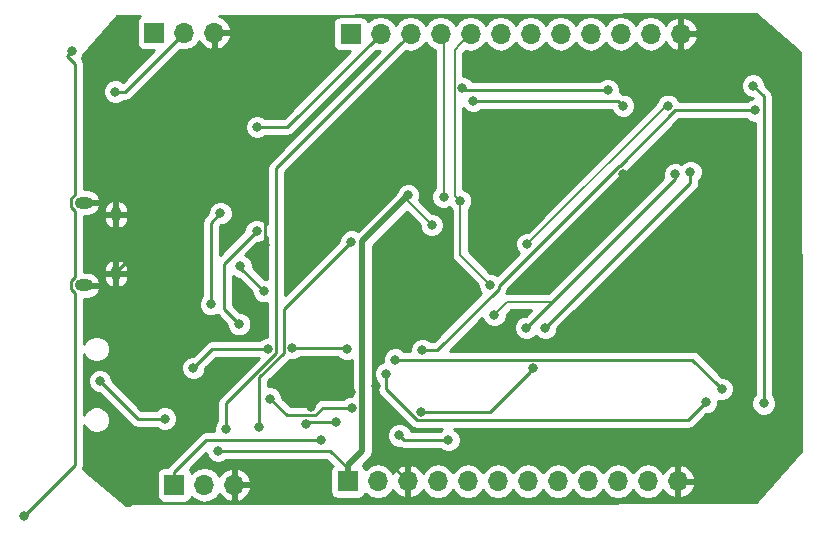
<source format=gbr>
G04 #@! TF.GenerationSoftware,KiCad,Pcbnew,no-vcs-found-aeac415~59~ubuntu16.04.1*
G04 #@! TF.CreationDate,2017-08-23T23:17:48+02:00*
G04 #@! TF.ProjectId,GhostESP32,47686F737445535033322E6B69636164,rev?*
G04 #@! TF.SameCoordinates,Original*
G04 #@! TF.FileFunction,Copper,L2,Bot,Signal*
G04 #@! TF.FilePolarity,Positive*
%FSLAX46Y46*%
G04 Gerber Fmt 4.6, Leading zero omitted, Abs format (unit mm)*
G04 Created by KiCad (PCBNEW no-vcs-found-aeac415~59~ubuntu16.04.1) date Wed Aug 23 23:17:48 2017*
%MOMM*%
%LPD*%
G01*
G04 APERTURE LIST*
%ADD10R,1.700000X1.700000*%
%ADD11O,1.700000X1.700000*%
%ADD12O,1.550000X1.000000*%
%ADD13O,0.950000X1.250000*%
%ADD14C,0.800000*%
%ADD15C,0.500000*%
%ADD16C,0.250000*%
%ADD17C,0.180000*%
%ADD18C,0.150000*%
%ADD19C,0.254000*%
G04 APERTURE END LIST*
D10*
X125600000Y-125000000D03*
D11*
X128140000Y-125000000D03*
X130680000Y-125000000D03*
D12*
X117950000Y-108100000D03*
X117950000Y-101100000D03*
D13*
X120650000Y-107100000D03*
X120650000Y-102100000D03*
D11*
X128980000Y-86700000D03*
X126440000Y-86700000D03*
D10*
X123900000Y-86700000D03*
X140300000Y-124700000D03*
D11*
X142840000Y-124700000D03*
X145380000Y-124700000D03*
X147920000Y-124700000D03*
X150460000Y-124700000D03*
X153000000Y-124700000D03*
X155540000Y-124700000D03*
X158080000Y-124700000D03*
X160620000Y-124700000D03*
X163160000Y-124700000D03*
X165700000Y-124700000D03*
X168240000Y-124700000D03*
X168460000Y-86800000D03*
X165920000Y-86800000D03*
X163380000Y-86800000D03*
X160840000Y-86800000D03*
X158300000Y-86800000D03*
X155760000Y-86800000D03*
X153220000Y-86800000D03*
X150680000Y-86800000D03*
X148140000Y-86800000D03*
X145600000Y-86800000D03*
X143060000Y-86800000D03*
D10*
X140520000Y-86800000D03*
D14*
X156000000Y-115125010D03*
X145400000Y-100500000D03*
X147400000Y-103000000D03*
X129300000Y-122100000D03*
X146500000Y-118800000D03*
X152700000Y-110600000D03*
X148400000Y-100600000D03*
X168000000Y-98700000D03*
X155400000Y-111700000D03*
X137200000Y-118400000D03*
X138700000Y-117500000D03*
X135900000Y-117200000D03*
X140600000Y-117100000D03*
X137167335Y-116815156D03*
X119800000Y-99900000D03*
X121900000Y-100400000D03*
X147800000Y-112000000D03*
X148100000Y-109900000D03*
X127100000Y-90200000D03*
X142700000Y-116600000D03*
X127400000Y-105000000D03*
X176300000Y-120900000D03*
X178000000Y-117500000D03*
X155500000Y-99800000D03*
X153600000Y-102400000D03*
X163600000Y-98700000D03*
X164100000Y-100300000D03*
X151100000Y-96900000D03*
X150700000Y-93900000D03*
X133000000Y-100700000D03*
X133300000Y-104700000D03*
X152340010Y-108066399D03*
X149800000Y-101000000D03*
X169300000Y-98500000D03*
X157000000Y-111700000D03*
X138000000Y-121200000D03*
X150000000Y-91400000D03*
X162300000Y-91600000D03*
X130000000Y-120300000D03*
X132600000Y-94700000D03*
X150900000Y-92500000D03*
X163600000Y-92900000D03*
X140674979Y-118471168D03*
X174774990Y-93300000D03*
X133700000Y-117700000D03*
X146600000Y-113600000D03*
X132800000Y-120100000D03*
X140600000Y-104400000D03*
X132574990Y-103500000D03*
X131100000Y-111400000D03*
X136770891Y-119850012D03*
X144654990Y-120802532D03*
X148800000Y-121200000D03*
X139300000Y-119700000D03*
X133500000Y-113500000D03*
X127200000Y-115100000D03*
X124800000Y-119400000D03*
X119300000Y-116200000D03*
X171941015Y-116873665D03*
X144300000Y-114400000D03*
X175500000Y-118100000D03*
X174600000Y-91200000D03*
X131200000Y-106500000D03*
X133200000Y-108600000D03*
X120600000Y-91700000D03*
X143550010Y-115600000D03*
X170600000Y-118000000D03*
X167400000Y-92900000D03*
X155500000Y-104600000D03*
X140200000Y-113500000D03*
X135600000Y-113400000D03*
X128700000Y-109700000D03*
X129500000Y-102000000D03*
X116900000Y-88300000D03*
X112900000Y-127600000D03*
D15*
X141524989Y-104375011D02*
X141524989Y-122125011D01*
X145400000Y-100500000D02*
X141524989Y-104375011D01*
X141524989Y-122125011D02*
X140300000Y-123350000D01*
X140300000Y-123350000D02*
X140300000Y-124700000D01*
D16*
X152325010Y-118800000D02*
X155600001Y-115525009D01*
X155600001Y-115525009D02*
X156000000Y-115125010D01*
X146500000Y-118800000D02*
X152325010Y-118800000D01*
D17*
X147400000Y-103000000D02*
X145400000Y-101000000D01*
X145400000Y-101000000D02*
X145400000Y-100500000D01*
D16*
X129300000Y-122100000D02*
X138800000Y-122100000D01*
X138800000Y-122100000D02*
X140300000Y-123600000D01*
X140300000Y-123600000D02*
X140300000Y-124700000D01*
X157600000Y-109500000D02*
X168000000Y-99100000D01*
X155400000Y-111700000D02*
X157600000Y-109500000D01*
D17*
X157600000Y-109500000D02*
X153800000Y-109500000D01*
X153800000Y-109500000D02*
X152700000Y-110600000D01*
X148400000Y-100600000D02*
X148400000Y-87060000D01*
X148400000Y-87060000D02*
X148140000Y-86800000D01*
D16*
X168000000Y-99100000D02*
X168000000Y-98700000D01*
X138700000Y-117500000D02*
X138100000Y-117500000D01*
X138100000Y-117500000D02*
X137200000Y-118400000D01*
X135900000Y-117200000D02*
X140500000Y-117200000D01*
X140500000Y-117200000D02*
X140600000Y-117100000D01*
X137167335Y-116815156D02*
X140315156Y-116815156D01*
X140315156Y-116815156D02*
X140600000Y-117100000D01*
X121900000Y-100400000D02*
X120300000Y-100400000D01*
X120300000Y-100400000D02*
X119800000Y-99900000D01*
X148100000Y-109900000D02*
X148100000Y-111700000D01*
X148100000Y-111700000D02*
X147800000Y-112000000D01*
X127100000Y-90200000D02*
X128980000Y-88320000D01*
X128980000Y-88320000D02*
X128980000Y-86700000D01*
X142700000Y-122020000D02*
X145380000Y-124700000D01*
X142700000Y-116600000D02*
X142700000Y-122020000D01*
X127400000Y-105000000D02*
X122600000Y-105000000D01*
X122600000Y-105000000D02*
X120650000Y-106950000D01*
X120650000Y-106950000D02*
X120650000Y-107100000D01*
X178000000Y-117500000D02*
X176300000Y-119200000D01*
X176300000Y-119200000D02*
X176300000Y-120900000D01*
D18*
X153600000Y-102400000D02*
X155500000Y-100500000D01*
X155500000Y-100500000D02*
X155500000Y-99800000D01*
D16*
X164100000Y-99200000D02*
X163600000Y-98700000D01*
X164100000Y-100300000D02*
X164100000Y-99200000D01*
X150700000Y-93900000D02*
X151100000Y-94300000D01*
X151100000Y-94300000D02*
X151100000Y-96900000D01*
X133300000Y-101000000D02*
X133000000Y-100700000D01*
X133300000Y-104700000D02*
X133300000Y-101000000D01*
D17*
X149800000Y-105526389D02*
X151940011Y-107666400D01*
X149800000Y-101000000D02*
X149800000Y-105526389D01*
X151940011Y-107666400D02*
X152340010Y-108066399D01*
D18*
X149830001Y-87649999D02*
X150680000Y-86800000D01*
X149324998Y-88155002D02*
X149830001Y-87649999D01*
X149324998Y-100524998D02*
X149324998Y-88155002D01*
X149800000Y-101000000D02*
X149324998Y-100524998D01*
D16*
X157000000Y-111700000D02*
X169300000Y-99400000D01*
X169300000Y-99400000D02*
X169300000Y-98500000D01*
X138000000Y-121200000D02*
X128300000Y-121200000D01*
X128300000Y-121200000D02*
X125600000Y-123900000D01*
X125600000Y-123900000D02*
X125600000Y-125000000D01*
X162300000Y-91600000D02*
X150200000Y-91600000D01*
X150200000Y-91600000D02*
X150000000Y-91400000D01*
X134225002Y-98174998D02*
X144750001Y-87649999D01*
X144750001Y-87649999D02*
X145600000Y-86800000D01*
X130000000Y-118073004D02*
X134225002Y-113848002D01*
X130000000Y-120300000D02*
X130000000Y-118073004D01*
X134225002Y-113848002D02*
X134225002Y-98174998D01*
X143060000Y-86800000D02*
X135160000Y-94700000D01*
X135160000Y-94700000D02*
X132600000Y-94700000D01*
X163600000Y-92900000D02*
X163200000Y-92500000D01*
X163200000Y-92500000D02*
X150900000Y-92500000D01*
X140109294Y-118471168D02*
X140674979Y-118471168D01*
X138201836Y-118471168D02*
X140109294Y-118471168D01*
X133700000Y-117700000D02*
X135125002Y-119125002D01*
X137548002Y-119125002D02*
X138201836Y-118471168D01*
X135125002Y-119125002D02*
X137548002Y-119125002D01*
X168026996Y-93300000D02*
X174209305Y-93300000D01*
X153064281Y-108162715D02*
X163251998Y-97974998D01*
X147878681Y-113600000D02*
X153064281Y-108414400D01*
X163251998Y-97974998D02*
X163351998Y-97974998D01*
X153064281Y-108414400D02*
X153064281Y-108162715D01*
X163351998Y-97974998D02*
X168026996Y-93300000D01*
X146600000Y-113600000D02*
X147878681Y-113600000D01*
X174209305Y-93300000D02*
X174774990Y-93300000D01*
X132800000Y-115909415D02*
X132800000Y-119534315D01*
X134874999Y-113834416D02*
X132800000Y-115909415D01*
X134874999Y-110125001D02*
X134874999Y-113834416D01*
X132800000Y-119534315D02*
X132800000Y-120100000D01*
X140600000Y-104400000D02*
X134874999Y-110125001D01*
X132174991Y-103899999D02*
X132574990Y-103500000D01*
X129800000Y-106274990D02*
X132174991Y-103899999D01*
X129800000Y-110100000D02*
X129800000Y-106274990D01*
X131100000Y-111400000D02*
X129800000Y-110100000D01*
X136920903Y-119700000D02*
X136770891Y-119850012D01*
X139300000Y-119700000D02*
X136920903Y-119700000D01*
X145052458Y-121200000D02*
X144654990Y-120802532D01*
X148800000Y-121200000D02*
X145052458Y-121200000D01*
X127200000Y-115100000D02*
X128800000Y-113500000D01*
X128800000Y-113500000D02*
X133500000Y-113500000D01*
X119300000Y-116200000D02*
X122500000Y-119400000D01*
X122500000Y-119400000D02*
X124800000Y-119400000D01*
X171541016Y-116473666D02*
X171941015Y-116873665D01*
X169467350Y-114400000D02*
X171541016Y-116473666D01*
X144300000Y-114400000D02*
X169467350Y-114400000D01*
X175500000Y-92100000D02*
X175500000Y-118100000D01*
X174600000Y-91200000D02*
X175500000Y-92100000D01*
X133200000Y-108600000D02*
X131200000Y-106600000D01*
X131200000Y-106600000D02*
X131200000Y-106500000D01*
X120600000Y-91700000D02*
X121440000Y-91700000D01*
X121440000Y-91700000D02*
X126440000Y-86700000D01*
X143550010Y-116165685D02*
X143550010Y-115600000D01*
X169074999Y-119525001D02*
X146151999Y-119525001D01*
X170600000Y-118000000D02*
X169074999Y-119525001D01*
X146151999Y-119525001D02*
X143550010Y-116923012D01*
X143550010Y-116923012D02*
X143550010Y-116165685D01*
D17*
X155500000Y-104600000D02*
X167200000Y-92900000D01*
X167200000Y-92900000D02*
X167400000Y-92900000D01*
D16*
X135600000Y-113400000D02*
X140100000Y-113400000D01*
X140100000Y-113400000D02*
X140200000Y-113500000D01*
X129500000Y-102000000D02*
X128700000Y-102800000D01*
X128700000Y-102800000D02*
X128700000Y-109700000D01*
X112900000Y-127600000D02*
X117200000Y-123300000D01*
X117200000Y-107408260D02*
X117200000Y-101791740D01*
X117200000Y-123300000D02*
X117200000Y-108791740D01*
X117200000Y-108791740D02*
X116849990Y-108441730D01*
X116849990Y-108441730D02*
X116849990Y-107758270D01*
X116849990Y-107758270D02*
X117200000Y-107408260D01*
X117200000Y-101791740D02*
X116849990Y-101441730D01*
X117200000Y-100408260D02*
X117200000Y-89399998D01*
X116849990Y-101441730D02*
X116849990Y-100758270D01*
X116849990Y-100758270D02*
X117200000Y-100408260D01*
X117200000Y-89399998D02*
X116500001Y-88699999D01*
X116500001Y-88699999D02*
X116900000Y-88300000D01*
D19*
G36*
X178573171Y-88358063D02*
X178672858Y-122151977D01*
X174842671Y-126473214D01*
X151430477Y-126560900D01*
X122130500Y-126560900D01*
X121868362Y-126613043D01*
X121780202Y-126671950D01*
X121545127Y-126672830D01*
X118461669Y-124150000D01*
X124102560Y-124150000D01*
X124102560Y-125850000D01*
X124151843Y-126097765D01*
X124292191Y-126307809D01*
X124502235Y-126448157D01*
X124750000Y-126497440D01*
X126450000Y-126497440D01*
X126697765Y-126448157D01*
X126907809Y-126307809D01*
X127048157Y-126097765D01*
X127060597Y-126035223D01*
X127089946Y-126079147D01*
X127571715Y-126401054D01*
X128140000Y-126514093D01*
X128708285Y-126401054D01*
X129190054Y-126079147D01*
X129417702Y-125738447D01*
X129484817Y-125881358D01*
X129913076Y-126271645D01*
X130323110Y-126441476D01*
X130553000Y-126320155D01*
X130553000Y-125127000D01*
X130807000Y-125127000D01*
X130807000Y-126320155D01*
X131036890Y-126441476D01*
X131446924Y-126271645D01*
X131875183Y-125881358D01*
X132121486Y-125356892D01*
X132000819Y-125127000D01*
X130807000Y-125127000D01*
X130553000Y-125127000D01*
X130533000Y-125127000D01*
X130533000Y-124873000D01*
X130553000Y-124873000D01*
X130553000Y-123679845D01*
X130807000Y-123679845D01*
X130807000Y-124873000D01*
X132000819Y-124873000D01*
X132121486Y-124643108D01*
X131875183Y-124118642D01*
X131446924Y-123728355D01*
X131036890Y-123558524D01*
X130807000Y-123679845D01*
X130553000Y-123679845D01*
X130323110Y-123558524D01*
X129913076Y-123728355D01*
X129484817Y-124118642D01*
X129417702Y-124261553D01*
X129190054Y-123920853D01*
X128708285Y-123598946D01*
X128140000Y-123485907D01*
X127571715Y-123598946D01*
X127089946Y-123920853D01*
X127060597Y-123964777D01*
X127048157Y-123902235D01*
X126907809Y-123692191D01*
X126892704Y-123682098D01*
X128266286Y-122308516D01*
X128422058Y-122685515D01*
X128712954Y-122976919D01*
X129093223Y-123134820D01*
X129504971Y-123135179D01*
X129885515Y-122977942D01*
X130003663Y-122860000D01*
X138485198Y-122860000D01*
X139007296Y-123382098D01*
X138992191Y-123392191D01*
X138851843Y-123602235D01*
X138802560Y-123850000D01*
X138802560Y-125550000D01*
X138851843Y-125797765D01*
X138992191Y-126007809D01*
X139202235Y-126148157D01*
X139450000Y-126197440D01*
X141150000Y-126197440D01*
X141397765Y-126148157D01*
X141607809Y-126007809D01*
X141748157Y-125797765D01*
X141760597Y-125735223D01*
X141789946Y-125779147D01*
X142271715Y-126101054D01*
X142840000Y-126214093D01*
X143408285Y-126101054D01*
X143890054Y-125779147D01*
X144117702Y-125438447D01*
X144184817Y-125581358D01*
X144613076Y-125971645D01*
X145023110Y-126141476D01*
X145253000Y-126020155D01*
X145253000Y-124827000D01*
X145233000Y-124827000D01*
X145233000Y-124573000D01*
X145253000Y-124573000D01*
X145253000Y-123379845D01*
X145507000Y-123379845D01*
X145507000Y-124573000D01*
X145527000Y-124573000D01*
X145527000Y-124827000D01*
X145507000Y-124827000D01*
X145507000Y-126020155D01*
X145736890Y-126141476D01*
X146146924Y-125971645D01*
X146575183Y-125581358D01*
X146642298Y-125438447D01*
X146869946Y-125779147D01*
X147351715Y-126101054D01*
X147920000Y-126214093D01*
X148488285Y-126101054D01*
X148970054Y-125779147D01*
X149190000Y-125449974D01*
X149409946Y-125779147D01*
X149891715Y-126101054D01*
X150460000Y-126214093D01*
X151028285Y-126101054D01*
X151510054Y-125779147D01*
X151730000Y-125449974D01*
X151949946Y-125779147D01*
X152431715Y-126101054D01*
X153000000Y-126214093D01*
X153568285Y-126101054D01*
X154050054Y-125779147D01*
X154270000Y-125449974D01*
X154489946Y-125779147D01*
X154971715Y-126101054D01*
X155540000Y-126214093D01*
X156108285Y-126101054D01*
X156590054Y-125779147D01*
X156810000Y-125449974D01*
X157029946Y-125779147D01*
X157511715Y-126101054D01*
X158080000Y-126214093D01*
X158648285Y-126101054D01*
X159130054Y-125779147D01*
X159350000Y-125449974D01*
X159569946Y-125779147D01*
X160051715Y-126101054D01*
X160620000Y-126214093D01*
X161188285Y-126101054D01*
X161670054Y-125779147D01*
X161890000Y-125449974D01*
X162109946Y-125779147D01*
X162591715Y-126101054D01*
X163160000Y-126214093D01*
X163728285Y-126101054D01*
X164210054Y-125779147D01*
X164430000Y-125449974D01*
X164649946Y-125779147D01*
X165131715Y-126101054D01*
X165700000Y-126214093D01*
X166268285Y-126101054D01*
X166750054Y-125779147D01*
X166977702Y-125438447D01*
X167044817Y-125581358D01*
X167473076Y-125971645D01*
X167883110Y-126141476D01*
X168113000Y-126020155D01*
X168113000Y-124827000D01*
X168367000Y-124827000D01*
X168367000Y-126020155D01*
X168596890Y-126141476D01*
X169006924Y-125971645D01*
X169435183Y-125581358D01*
X169681486Y-125056892D01*
X169560819Y-124827000D01*
X168367000Y-124827000D01*
X168113000Y-124827000D01*
X168093000Y-124827000D01*
X168093000Y-124573000D01*
X168113000Y-124573000D01*
X168113000Y-123379845D01*
X168367000Y-123379845D01*
X168367000Y-124573000D01*
X169560819Y-124573000D01*
X169681486Y-124343108D01*
X169435183Y-123818642D01*
X169006924Y-123428355D01*
X168596890Y-123258524D01*
X168367000Y-123379845D01*
X168113000Y-123379845D01*
X167883110Y-123258524D01*
X167473076Y-123428355D01*
X167044817Y-123818642D01*
X166977702Y-123961553D01*
X166750054Y-123620853D01*
X166268285Y-123298946D01*
X165700000Y-123185907D01*
X165131715Y-123298946D01*
X164649946Y-123620853D01*
X164430000Y-123950026D01*
X164210054Y-123620853D01*
X163728285Y-123298946D01*
X163160000Y-123185907D01*
X162591715Y-123298946D01*
X162109946Y-123620853D01*
X161890000Y-123950026D01*
X161670054Y-123620853D01*
X161188285Y-123298946D01*
X160620000Y-123185907D01*
X160051715Y-123298946D01*
X159569946Y-123620853D01*
X159350000Y-123950026D01*
X159130054Y-123620853D01*
X158648285Y-123298946D01*
X158080000Y-123185907D01*
X157511715Y-123298946D01*
X157029946Y-123620853D01*
X156810000Y-123950026D01*
X156590054Y-123620853D01*
X156108285Y-123298946D01*
X155540000Y-123185907D01*
X154971715Y-123298946D01*
X154489946Y-123620853D01*
X154270000Y-123950026D01*
X154050054Y-123620853D01*
X153568285Y-123298946D01*
X153000000Y-123185907D01*
X152431715Y-123298946D01*
X151949946Y-123620853D01*
X151730000Y-123950026D01*
X151510054Y-123620853D01*
X151028285Y-123298946D01*
X150460000Y-123185907D01*
X149891715Y-123298946D01*
X149409946Y-123620853D01*
X149190000Y-123950026D01*
X148970054Y-123620853D01*
X148488285Y-123298946D01*
X147920000Y-123185907D01*
X147351715Y-123298946D01*
X146869946Y-123620853D01*
X146642298Y-123961553D01*
X146575183Y-123818642D01*
X146146924Y-123428355D01*
X145736890Y-123258524D01*
X145507000Y-123379845D01*
X145253000Y-123379845D01*
X145023110Y-123258524D01*
X144613076Y-123428355D01*
X144184817Y-123818642D01*
X144117702Y-123961553D01*
X143890054Y-123620853D01*
X143408285Y-123298946D01*
X142840000Y-123185907D01*
X142271715Y-123298946D01*
X141789946Y-123620853D01*
X141760597Y-123664777D01*
X141748157Y-123602235D01*
X141607809Y-123392191D01*
X141548810Y-123352769D01*
X142150776Y-122750803D01*
X142150779Y-122750801D01*
X142342622Y-122463686D01*
X142357112Y-122390839D01*
X142409990Y-122125011D01*
X142409989Y-122125006D01*
X142409989Y-104741591D01*
X145263138Y-101888442D01*
X146365008Y-102990313D01*
X146364821Y-103204971D01*
X146522058Y-103585515D01*
X146812954Y-103876919D01*
X147193223Y-104034820D01*
X147604971Y-104035179D01*
X147985515Y-103877942D01*
X148276919Y-103587046D01*
X148434820Y-103206777D01*
X148435179Y-102795029D01*
X148277942Y-102414485D01*
X147987046Y-102123081D01*
X147606777Y-101965180D01*
X147390296Y-101964991D01*
X146345995Y-100920691D01*
X146434820Y-100706777D01*
X146435179Y-100295029D01*
X146277942Y-99914485D01*
X145987046Y-99623081D01*
X145606777Y-99465180D01*
X145195029Y-99464821D01*
X144814485Y-99622058D01*
X144523081Y-99912954D01*
X144372268Y-100276153D01*
X141143444Y-103504976D01*
X140806777Y-103365180D01*
X140395029Y-103364821D01*
X140014485Y-103522058D01*
X139723081Y-103812954D01*
X139565180Y-104193223D01*
X139565034Y-104360164D01*
X134985002Y-108940196D01*
X134985002Y-98489800D01*
X145233592Y-88241210D01*
X145600000Y-88314093D01*
X146168285Y-88201054D01*
X146650054Y-87879147D01*
X146870000Y-87549974D01*
X147089946Y-87879147D01*
X147571715Y-88201054D01*
X147675000Y-88221599D01*
X147675000Y-99861300D01*
X147523081Y-100012954D01*
X147365180Y-100393223D01*
X147364821Y-100804971D01*
X147522058Y-101185515D01*
X147812954Y-101476919D01*
X148193223Y-101634820D01*
X148604971Y-101635179D01*
X148893346Y-101516025D01*
X148922058Y-101585515D01*
X149075000Y-101738724D01*
X149075000Y-105526389D01*
X149096640Y-105635179D01*
X149130187Y-105803835D01*
X149287348Y-106039041D01*
X151305018Y-108056712D01*
X151304831Y-108271370D01*
X151462068Y-108651914D01*
X151606890Y-108796989D01*
X147563879Y-112840000D01*
X147303761Y-112840000D01*
X147187046Y-112723081D01*
X146806777Y-112565180D01*
X146395029Y-112564821D01*
X146014485Y-112722058D01*
X145723081Y-113012954D01*
X145565180Y-113393223D01*
X145564965Y-113640000D01*
X145003761Y-113640000D01*
X144887046Y-113523081D01*
X144506777Y-113365180D01*
X144095029Y-113364821D01*
X143714485Y-113522058D01*
X143423081Y-113812954D01*
X143265180Y-114193223D01*
X143264827Y-114597964D01*
X142964495Y-114722058D01*
X142673091Y-115012954D01*
X142515190Y-115393223D01*
X142514831Y-115804971D01*
X142672068Y-116185515D01*
X142790010Y-116303663D01*
X142790010Y-116923012D01*
X142847862Y-117213851D01*
X143012609Y-117460413D01*
X145614598Y-120062402D01*
X145861160Y-120227149D01*
X146151999Y-120285001D01*
X148304170Y-120285001D01*
X148214485Y-120322058D01*
X148096337Y-120440000D01*
X145625066Y-120440000D01*
X145532932Y-120217017D01*
X145242036Y-119925613D01*
X144861767Y-119767712D01*
X144450019Y-119767353D01*
X144069475Y-119924590D01*
X143778071Y-120215486D01*
X143620170Y-120595755D01*
X143619811Y-121007503D01*
X143777048Y-121388047D01*
X144067944Y-121679451D01*
X144448213Y-121837352D01*
X144664927Y-121837541D01*
X144761619Y-121902148D01*
X145052458Y-121960000D01*
X148096239Y-121960000D01*
X148212954Y-122076919D01*
X148593223Y-122234820D01*
X149004971Y-122235179D01*
X149385515Y-122077942D01*
X149676919Y-121787046D01*
X149834820Y-121406777D01*
X149835179Y-120995029D01*
X149677942Y-120614485D01*
X149387046Y-120323081D01*
X149295339Y-120285001D01*
X169074999Y-120285001D01*
X169365838Y-120227149D01*
X169612400Y-120062402D01*
X170639767Y-119035035D01*
X170804971Y-119035179D01*
X171185515Y-118877942D01*
X171476919Y-118587046D01*
X171634820Y-118206777D01*
X171635116Y-117867326D01*
X171734238Y-117908485D01*
X172145986Y-117908844D01*
X172526530Y-117751607D01*
X172817934Y-117460711D01*
X172975835Y-117080442D01*
X172976194Y-116668694D01*
X172818957Y-116288150D01*
X172528061Y-115996746D01*
X172147792Y-115838845D01*
X171980851Y-115838699D01*
X170004751Y-113862599D01*
X169758189Y-113697852D01*
X169467350Y-113640000D01*
X148913483Y-113640000D01*
X151689291Y-110864192D01*
X151822058Y-111185515D01*
X152112954Y-111476919D01*
X152493223Y-111634820D01*
X152904971Y-111635179D01*
X153285515Y-111477942D01*
X153576919Y-111187046D01*
X153734820Y-110806777D01*
X153735009Y-110590295D01*
X154100304Y-110225000D01*
X155800198Y-110225000D01*
X155360233Y-110664965D01*
X155195029Y-110664821D01*
X154814485Y-110822058D01*
X154523081Y-111112954D01*
X154365180Y-111493223D01*
X154364821Y-111904971D01*
X154522058Y-112285515D01*
X154812954Y-112576919D01*
X155193223Y-112734820D01*
X155604971Y-112735179D01*
X155985515Y-112577942D01*
X156200119Y-112363712D01*
X156412954Y-112576919D01*
X156793223Y-112734820D01*
X157204971Y-112735179D01*
X157585515Y-112577942D01*
X157876919Y-112287046D01*
X158034820Y-111906777D01*
X158034966Y-111739836D01*
X169837401Y-99937401D01*
X170002148Y-99690839D01*
X170060000Y-99400000D01*
X170060000Y-99203761D01*
X170176919Y-99087046D01*
X170334820Y-98706777D01*
X170335179Y-98295029D01*
X170177942Y-97914485D01*
X169887046Y-97623081D01*
X169506777Y-97465180D01*
X169095029Y-97464821D01*
X168714485Y-97622058D01*
X168534831Y-97801399D01*
X168206777Y-97665180D01*
X167795029Y-97664821D01*
X167414485Y-97822058D01*
X167123081Y-98112954D01*
X166965180Y-98493223D01*
X166964821Y-98904971D01*
X167010259Y-99014939D01*
X157250198Y-108775000D01*
X153800000Y-108775000D01*
X153707526Y-108793394D01*
X153766429Y-108705239D01*
X153808609Y-108493189D01*
X163620137Y-98681661D01*
X163642837Y-98677146D01*
X163889399Y-98512399D01*
X168341798Y-94060000D01*
X174071229Y-94060000D01*
X174187944Y-94176919D01*
X174568213Y-94334820D01*
X174740000Y-94334970D01*
X174740000Y-117396239D01*
X174623081Y-117512954D01*
X174465180Y-117893223D01*
X174464821Y-118304971D01*
X174622058Y-118685515D01*
X174912954Y-118976919D01*
X175293223Y-119134820D01*
X175704971Y-119135179D01*
X176085515Y-118977942D01*
X176376919Y-118687046D01*
X176534820Y-118306777D01*
X176535179Y-117895029D01*
X176377942Y-117514485D01*
X176260000Y-117396337D01*
X176260000Y-92100000D01*
X176227657Y-91937401D01*
X176202148Y-91809160D01*
X176037401Y-91562599D01*
X175635035Y-91160233D01*
X175635179Y-90995029D01*
X175477942Y-90614485D01*
X175187046Y-90323081D01*
X174806777Y-90165180D01*
X174395029Y-90164821D01*
X174014485Y-90322058D01*
X173723081Y-90612954D01*
X173565180Y-90993223D01*
X173564821Y-91404971D01*
X173722058Y-91785515D01*
X174012954Y-92076919D01*
X174393223Y-92234820D01*
X174560164Y-92234966D01*
X174590036Y-92264838D01*
X174570019Y-92264821D01*
X174189475Y-92422058D01*
X174071327Y-92540000D01*
X168371123Y-92540000D01*
X168277942Y-92314485D01*
X167987046Y-92023081D01*
X167606777Y-91865180D01*
X167195029Y-91864821D01*
X166814485Y-92022058D01*
X166523081Y-92312954D01*
X166365180Y-92693223D01*
X166365166Y-92709529D01*
X155509688Y-103565008D01*
X155295029Y-103564821D01*
X154914485Y-103722058D01*
X154623081Y-104012954D01*
X154465180Y-104393223D01*
X154464821Y-104804971D01*
X154622058Y-105185515D01*
X154794218Y-105357976D01*
X152944869Y-107207325D01*
X152927056Y-107189480D01*
X152546787Y-107031579D01*
X152330306Y-107031390D01*
X150525000Y-105226085D01*
X150525000Y-101738700D01*
X150676919Y-101587046D01*
X150834820Y-101206777D01*
X150835179Y-100795029D01*
X150677942Y-100414485D01*
X150387046Y-100123081D01*
X150034998Y-99976898D01*
X150034998Y-93098478D01*
X150312954Y-93376919D01*
X150693223Y-93534820D01*
X151104971Y-93535179D01*
X151485515Y-93377942D01*
X151603663Y-93260000D01*
X162628877Y-93260000D01*
X162722058Y-93485515D01*
X163012954Y-93776919D01*
X163393223Y-93934820D01*
X163804971Y-93935179D01*
X164185515Y-93777942D01*
X164476919Y-93487046D01*
X164634820Y-93106777D01*
X164635179Y-92695029D01*
X164477942Y-92314485D01*
X164187046Y-92023081D01*
X163806777Y-91865180D01*
X163591322Y-91864992D01*
X163490839Y-91797852D01*
X163334855Y-91766825D01*
X163335179Y-91395029D01*
X163177942Y-91014485D01*
X162887046Y-90723081D01*
X162506777Y-90565180D01*
X162095029Y-90564821D01*
X161714485Y-90722058D01*
X161596337Y-90840000D01*
X150888485Y-90840000D01*
X150877942Y-90814485D01*
X150587046Y-90523081D01*
X150206777Y-90365180D01*
X150034998Y-90365030D01*
X150034998Y-88449094D01*
X150254614Y-88229478D01*
X150680000Y-88314093D01*
X151248285Y-88201054D01*
X151730054Y-87879147D01*
X151950000Y-87549974D01*
X152169946Y-87879147D01*
X152651715Y-88201054D01*
X153220000Y-88314093D01*
X153788285Y-88201054D01*
X154270054Y-87879147D01*
X154490000Y-87549974D01*
X154709946Y-87879147D01*
X155191715Y-88201054D01*
X155760000Y-88314093D01*
X156328285Y-88201054D01*
X156810054Y-87879147D01*
X157030000Y-87549974D01*
X157249946Y-87879147D01*
X157731715Y-88201054D01*
X158300000Y-88314093D01*
X158868285Y-88201054D01*
X159350054Y-87879147D01*
X159570000Y-87549974D01*
X159789946Y-87879147D01*
X160271715Y-88201054D01*
X160840000Y-88314093D01*
X161408285Y-88201054D01*
X161890054Y-87879147D01*
X162110000Y-87549974D01*
X162329946Y-87879147D01*
X162811715Y-88201054D01*
X163380000Y-88314093D01*
X163948285Y-88201054D01*
X164430054Y-87879147D01*
X164650000Y-87549974D01*
X164869946Y-87879147D01*
X165351715Y-88201054D01*
X165920000Y-88314093D01*
X166488285Y-88201054D01*
X166970054Y-87879147D01*
X167197702Y-87538447D01*
X167264817Y-87681358D01*
X167693076Y-88071645D01*
X168103110Y-88241476D01*
X168333000Y-88120155D01*
X168333000Y-86927000D01*
X168587000Y-86927000D01*
X168587000Y-88120155D01*
X168816890Y-88241476D01*
X169226924Y-88071645D01*
X169655183Y-87681358D01*
X169901486Y-87156892D01*
X169780819Y-86927000D01*
X168587000Y-86927000D01*
X168333000Y-86927000D01*
X168313000Y-86927000D01*
X168313000Y-86673000D01*
X168333000Y-86673000D01*
X168333000Y-85479845D01*
X168587000Y-85479845D01*
X168587000Y-86673000D01*
X169780819Y-86673000D01*
X169901486Y-86443108D01*
X169655183Y-85918642D01*
X169226924Y-85528355D01*
X168816890Y-85358524D01*
X168587000Y-85479845D01*
X168333000Y-85479845D01*
X168103110Y-85358524D01*
X167693076Y-85528355D01*
X167264817Y-85918642D01*
X167197702Y-86061553D01*
X166970054Y-85720853D01*
X166488285Y-85398946D01*
X165920000Y-85285907D01*
X165351715Y-85398946D01*
X164869946Y-85720853D01*
X164650000Y-86050026D01*
X164430054Y-85720853D01*
X163948285Y-85398946D01*
X163380000Y-85285907D01*
X162811715Y-85398946D01*
X162329946Y-85720853D01*
X162110000Y-86050026D01*
X161890054Y-85720853D01*
X161408285Y-85398946D01*
X160840000Y-85285907D01*
X160271715Y-85398946D01*
X159789946Y-85720853D01*
X159570000Y-86050026D01*
X159350054Y-85720853D01*
X158868285Y-85398946D01*
X158300000Y-85285907D01*
X157731715Y-85398946D01*
X157249946Y-85720853D01*
X157030000Y-86050026D01*
X156810054Y-85720853D01*
X156328285Y-85398946D01*
X155760000Y-85285907D01*
X155191715Y-85398946D01*
X154709946Y-85720853D01*
X154490000Y-86050026D01*
X154270054Y-85720853D01*
X153788285Y-85398946D01*
X153220000Y-85285907D01*
X152651715Y-85398946D01*
X152169946Y-85720853D01*
X151950000Y-86050026D01*
X151730054Y-85720853D01*
X151248285Y-85398946D01*
X150680000Y-85285907D01*
X150111715Y-85398946D01*
X149629946Y-85720853D01*
X149410000Y-86050026D01*
X149190054Y-85720853D01*
X148708285Y-85398946D01*
X148140000Y-85285907D01*
X147571715Y-85398946D01*
X147089946Y-85720853D01*
X146870000Y-86050026D01*
X146650054Y-85720853D01*
X146168285Y-85398946D01*
X145600000Y-85285907D01*
X145031715Y-85398946D01*
X144549946Y-85720853D01*
X144330000Y-86050026D01*
X144110054Y-85720853D01*
X143628285Y-85398946D01*
X143060000Y-85285907D01*
X142491715Y-85398946D01*
X142009946Y-85720853D01*
X141980597Y-85764777D01*
X141968157Y-85702235D01*
X141827809Y-85492191D01*
X141617765Y-85351843D01*
X141370000Y-85302560D01*
X139670000Y-85302560D01*
X139422235Y-85351843D01*
X139212191Y-85492191D01*
X139071843Y-85702235D01*
X139022560Y-85950000D01*
X139022560Y-87650000D01*
X139071843Y-87897765D01*
X139212191Y-88107809D01*
X139422235Y-88248157D01*
X139670000Y-88297440D01*
X140487758Y-88297440D01*
X134845198Y-93940000D01*
X133303761Y-93940000D01*
X133187046Y-93823081D01*
X132806777Y-93665180D01*
X132395029Y-93664821D01*
X132014485Y-93822058D01*
X131723081Y-94112954D01*
X131565180Y-94493223D01*
X131564821Y-94904971D01*
X131722058Y-95285515D01*
X132012954Y-95576919D01*
X132393223Y-95734820D01*
X132804971Y-95735179D01*
X133185515Y-95577942D01*
X133303663Y-95460000D01*
X135160000Y-95460000D01*
X135450839Y-95402148D01*
X135697401Y-95237401D01*
X142693592Y-88241210D01*
X143019217Y-88305981D01*
X133687601Y-97637597D01*
X133522854Y-97884159D01*
X133465002Y-98174998D01*
X133465002Y-102943697D01*
X133452932Y-102914485D01*
X133162036Y-102623081D01*
X132781767Y-102465180D01*
X132370019Y-102464821D01*
X131989475Y-102622058D01*
X131698071Y-102912954D01*
X131540170Y-103293223D01*
X131540024Y-103460164D01*
X129460000Y-105540188D01*
X129460000Y-103114802D01*
X129539767Y-103035035D01*
X129704971Y-103035179D01*
X130085515Y-102877942D01*
X130376919Y-102587046D01*
X130534820Y-102206777D01*
X130535179Y-101795029D01*
X130377942Y-101414485D01*
X130087046Y-101123081D01*
X129706777Y-100965180D01*
X129295029Y-100964821D01*
X128914485Y-101122058D01*
X128623081Y-101412954D01*
X128465180Y-101793223D01*
X128465034Y-101960164D01*
X128162599Y-102262599D01*
X127997852Y-102509161D01*
X127940000Y-102800000D01*
X127940000Y-108996239D01*
X127823081Y-109112954D01*
X127665180Y-109493223D01*
X127664821Y-109904971D01*
X127822058Y-110285515D01*
X128112954Y-110576919D01*
X128493223Y-110734820D01*
X128904971Y-110735179D01*
X129236423Y-110598226D01*
X129262599Y-110637401D01*
X130064965Y-111439767D01*
X130064821Y-111604971D01*
X130222058Y-111985515D01*
X130512954Y-112276919D01*
X130893223Y-112434820D01*
X131304971Y-112435179D01*
X131685515Y-112277942D01*
X131976919Y-111987046D01*
X132134820Y-111606777D01*
X132135179Y-111195029D01*
X131977942Y-110814485D01*
X131687046Y-110523081D01*
X131306777Y-110365180D01*
X131139836Y-110365034D01*
X130560000Y-109785198D01*
X130560000Y-107323873D01*
X130612954Y-107376919D01*
X130993223Y-107534820D01*
X131060076Y-107534878D01*
X132164965Y-108639767D01*
X132164821Y-108804971D01*
X132322058Y-109185515D01*
X132612954Y-109476919D01*
X132993223Y-109634820D01*
X133404971Y-109635179D01*
X133465002Y-109610375D01*
X133465002Y-112464969D01*
X133295029Y-112464821D01*
X132914485Y-112622058D01*
X132796337Y-112740000D01*
X128800000Y-112740000D01*
X128509161Y-112797852D01*
X128262599Y-112962599D01*
X127160233Y-114064965D01*
X126995029Y-114064821D01*
X126614485Y-114222058D01*
X126323081Y-114512954D01*
X126165180Y-114893223D01*
X126164821Y-115304971D01*
X126322058Y-115685515D01*
X126612954Y-115976919D01*
X126993223Y-116134820D01*
X127404971Y-116135179D01*
X127785515Y-115977942D01*
X128076919Y-115687046D01*
X128234820Y-115306777D01*
X128234966Y-115139836D01*
X129114802Y-114260000D01*
X132738202Y-114260000D01*
X129462599Y-117535603D01*
X129297852Y-117782165D01*
X129240000Y-118073004D01*
X129240000Y-119596239D01*
X129123081Y-119712954D01*
X128965180Y-120093223D01*
X128964878Y-120440000D01*
X128300000Y-120440000D01*
X128009161Y-120497852D01*
X127762599Y-120662599D01*
X125062599Y-123362599D01*
X124969080Y-123502560D01*
X124750000Y-123502560D01*
X124502235Y-123551843D01*
X124292191Y-123692191D01*
X124151843Y-123902235D01*
X124102560Y-124150000D01*
X118461669Y-124150000D01*
X117858355Y-123656380D01*
X117902148Y-123590840D01*
X117960000Y-123300000D01*
X117960000Y-119955169D01*
X118037233Y-120142086D01*
X118356235Y-120461645D01*
X118773244Y-120634803D01*
X119224775Y-120635197D01*
X119642086Y-120462767D01*
X119961645Y-120143765D01*
X120134803Y-119726756D01*
X120135197Y-119275225D01*
X119962767Y-118857914D01*
X119643765Y-118538355D01*
X119226756Y-118365197D01*
X118775225Y-118364803D01*
X118357914Y-118537233D01*
X118038355Y-118856235D01*
X117960000Y-119044934D01*
X117960000Y-116404971D01*
X118264821Y-116404971D01*
X118422058Y-116785515D01*
X118712954Y-117076919D01*
X119093223Y-117234820D01*
X119260164Y-117234966D01*
X121962599Y-119937401D01*
X122209160Y-120102148D01*
X122500000Y-120160000D01*
X124096239Y-120160000D01*
X124212954Y-120276919D01*
X124593223Y-120434820D01*
X125004971Y-120435179D01*
X125385515Y-120277942D01*
X125676919Y-119987046D01*
X125834820Y-119606777D01*
X125835179Y-119195029D01*
X125677942Y-118814485D01*
X125387046Y-118523081D01*
X125006777Y-118365180D01*
X124595029Y-118364821D01*
X124214485Y-118522058D01*
X124096337Y-118640000D01*
X122814802Y-118640000D01*
X120335035Y-116160233D01*
X120335179Y-115995029D01*
X120177942Y-115614485D01*
X119887046Y-115323081D01*
X119506777Y-115165180D01*
X119095029Y-115164821D01*
X118714485Y-115322058D01*
X118423081Y-115612954D01*
X118265180Y-115993223D01*
X118264821Y-116404971D01*
X117960000Y-116404971D01*
X117960000Y-113955169D01*
X118037233Y-114142086D01*
X118356235Y-114461645D01*
X118773244Y-114634803D01*
X119224775Y-114635197D01*
X119642086Y-114462767D01*
X119961645Y-114143765D01*
X120134803Y-113726756D01*
X120135197Y-113275225D01*
X119962767Y-112857914D01*
X119643765Y-112538355D01*
X119226756Y-112365197D01*
X118775225Y-112364803D01*
X118357914Y-112537233D01*
X118038355Y-112856235D01*
X117960000Y-113044934D01*
X117960000Y-109235000D01*
X118352000Y-109235000D01*
X118776678Y-109100002D01*
X119117368Y-108812763D01*
X119319119Y-108401874D01*
X119192954Y-108227000D01*
X118077000Y-108227000D01*
X118077000Y-108247000D01*
X117823000Y-108247000D01*
X117823000Y-108227000D01*
X117803000Y-108227000D01*
X117803000Y-107973000D01*
X117823000Y-107973000D01*
X117823000Y-107953000D01*
X118077000Y-107953000D01*
X118077000Y-107973000D01*
X119192954Y-107973000D01*
X119319119Y-107798126D01*
X119124191Y-107401131D01*
X119548771Y-107401131D01*
X119690432Y-107811049D01*
X119978179Y-108135552D01*
X120352062Y-108319268D01*
X120523000Y-108192734D01*
X120523000Y-107227000D01*
X120777000Y-107227000D01*
X120777000Y-108192734D01*
X120947938Y-108319268D01*
X121321821Y-108135552D01*
X121609568Y-107811049D01*
X121751229Y-107401131D01*
X121602563Y-107227000D01*
X120777000Y-107227000D01*
X120523000Y-107227000D01*
X119697437Y-107227000D01*
X119548771Y-107401131D01*
X119124191Y-107401131D01*
X119117368Y-107387237D01*
X118776678Y-107099998D01*
X118352000Y-106965000D01*
X117960000Y-106965000D01*
X117960000Y-106798869D01*
X119548771Y-106798869D01*
X119697437Y-106973000D01*
X120523000Y-106973000D01*
X120523000Y-106007266D01*
X120777000Y-106007266D01*
X120777000Y-106973000D01*
X121602563Y-106973000D01*
X121751229Y-106798869D01*
X121609568Y-106388951D01*
X121321821Y-106064448D01*
X120947938Y-105880732D01*
X120777000Y-106007266D01*
X120523000Y-106007266D01*
X120352062Y-105880732D01*
X119978179Y-106064448D01*
X119690432Y-106388951D01*
X119548771Y-106798869D01*
X117960000Y-106798869D01*
X117960000Y-102401131D01*
X119548771Y-102401131D01*
X119690432Y-102811049D01*
X119978179Y-103135552D01*
X120352062Y-103319268D01*
X120523000Y-103192734D01*
X120523000Y-102227000D01*
X120777000Y-102227000D01*
X120777000Y-103192734D01*
X120947938Y-103319268D01*
X121321821Y-103135552D01*
X121609568Y-102811049D01*
X121751229Y-102401131D01*
X121602563Y-102227000D01*
X120777000Y-102227000D01*
X120523000Y-102227000D01*
X119697437Y-102227000D01*
X119548771Y-102401131D01*
X117960000Y-102401131D01*
X117960000Y-102235000D01*
X118352000Y-102235000D01*
X118776678Y-102100002D01*
X119117368Y-101812763D01*
X119124190Y-101798869D01*
X119548771Y-101798869D01*
X119697437Y-101973000D01*
X120523000Y-101973000D01*
X120523000Y-101007266D01*
X120777000Y-101007266D01*
X120777000Y-101973000D01*
X121602563Y-101973000D01*
X121751229Y-101798869D01*
X121609568Y-101388951D01*
X121321821Y-101064448D01*
X120947938Y-100880732D01*
X120777000Y-101007266D01*
X120523000Y-101007266D01*
X120352062Y-100880732D01*
X119978179Y-101064448D01*
X119690432Y-101388951D01*
X119548771Y-101798869D01*
X119124190Y-101798869D01*
X119319119Y-101401874D01*
X119192954Y-101227000D01*
X118077000Y-101227000D01*
X118077000Y-101247000D01*
X117823000Y-101247000D01*
X117823000Y-101227000D01*
X117803000Y-101227000D01*
X117803000Y-100973000D01*
X117823000Y-100973000D01*
X117823000Y-100953000D01*
X118077000Y-100953000D01*
X118077000Y-100973000D01*
X119192954Y-100973000D01*
X119319119Y-100798126D01*
X119117368Y-100387237D01*
X118776678Y-100099998D01*
X118352000Y-99965000D01*
X117960000Y-99965000D01*
X117960000Y-89399998D01*
X117902148Y-89109159D01*
X117763013Y-88900928D01*
X117776919Y-88887046D01*
X117898240Y-88594872D01*
X120757814Y-85326787D01*
X122700804Y-85319617D01*
X122592191Y-85392191D01*
X122451843Y-85602235D01*
X122402560Y-85850000D01*
X122402560Y-87550000D01*
X122451843Y-87797765D01*
X122592191Y-88007809D01*
X122802235Y-88148157D01*
X123050000Y-88197440D01*
X123867758Y-88197440D01*
X121214557Y-90850641D01*
X121187046Y-90823081D01*
X120806777Y-90665180D01*
X120395029Y-90664821D01*
X120014485Y-90822058D01*
X119723081Y-91112954D01*
X119565180Y-91493223D01*
X119564821Y-91904971D01*
X119722058Y-92285515D01*
X120012954Y-92576919D01*
X120393223Y-92734820D01*
X120804971Y-92735179D01*
X121185515Y-92577942D01*
X121303663Y-92460000D01*
X121440000Y-92460000D01*
X121730839Y-92402148D01*
X121977401Y-92237401D01*
X126073592Y-88141210D01*
X126440000Y-88214093D01*
X127008285Y-88101054D01*
X127490054Y-87779147D01*
X127717702Y-87438447D01*
X127784817Y-87581358D01*
X128213076Y-87971645D01*
X128623110Y-88141476D01*
X128853000Y-88020155D01*
X128853000Y-86827000D01*
X129107000Y-86827000D01*
X129107000Y-88020155D01*
X129336890Y-88141476D01*
X129746924Y-87971645D01*
X130175183Y-87581358D01*
X130421486Y-87056892D01*
X130300819Y-86827000D01*
X129107000Y-86827000D01*
X128853000Y-86827000D01*
X128833000Y-86827000D01*
X128833000Y-86573000D01*
X128853000Y-86573000D01*
X128853000Y-86553000D01*
X129107000Y-86553000D01*
X129107000Y-86573000D01*
X130300819Y-86573000D01*
X130421486Y-86343108D01*
X130175183Y-85818642D01*
X129746924Y-85428355D01*
X129424490Y-85294807D01*
X174852754Y-85127175D01*
X178573171Y-88358063D01*
X178573171Y-88358063D01*
G37*
X178573171Y-88358063D02*
X178672858Y-122151977D01*
X174842671Y-126473214D01*
X151430477Y-126560900D01*
X122130500Y-126560900D01*
X121868362Y-126613043D01*
X121780202Y-126671950D01*
X121545127Y-126672830D01*
X118461669Y-124150000D01*
X124102560Y-124150000D01*
X124102560Y-125850000D01*
X124151843Y-126097765D01*
X124292191Y-126307809D01*
X124502235Y-126448157D01*
X124750000Y-126497440D01*
X126450000Y-126497440D01*
X126697765Y-126448157D01*
X126907809Y-126307809D01*
X127048157Y-126097765D01*
X127060597Y-126035223D01*
X127089946Y-126079147D01*
X127571715Y-126401054D01*
X128140000Y-126514093D01*
X128708285Y-126401054D01*
X129190054Y-126079147D01*
X129417702Y-125738447D01*
X129484817Y-125881358D01*
X129913076Y-126271645D01*
X130323110Y-126441476D01*
X130553000Y-126320155D01*
X130553000Y-125127000D01*
X130807000Y-125127000D01*
X130807000Y-126320155D01*
X131036890Y-126441476D01*
X131446924Y-126271645D01*
X131875183Y-125881358D01*
X132121486Y-125356892D01*
X132000819Y-125127000D01*
X130807000Y-125127000D01*
X130553000Y-125127000D01*
X130533000Y-125127000D01*
X130533000Y-124873000D01*
X130553000Y-124873000D01*
X130553000Y-123679845D01*
X130807000Y-123679845D01*
X130807000Y-124873000D01*
X132000819Y-124873000D01*
X132121486Y-124643108D01*
X131875183Y-124118642D01*
X131446924Y-123728355D01*
X131036890Y-123558524D01*
X130807000Y-123679845D01*
X130553000Y-123679845D01*
X130323110Y-123558524D01*
X129913076Y-123728355D01*
X129484817Y-124118642D01*
X129417702Y-124261553D01*
X129190054Y-123920853D01*
X128708285Y-123598946D01*
X128140000Y-123485907D01*
X127571715Y-123598946D01*
X127089946Y-123920853D01*
X127060597Y-123964777D01*
X127048157Y-123902235D01*
X126907809Y-123692191D01*
X126892704Y-123682098D01*
X128266286Y-122308516D01*
X128422058Y-122685515D01*
X128712954Y-122976919D01*
X129093223Y-123134820D01*
X129504971Y-123135179D01*
X129885515Y-122977942D01*
X130003663Y-122860000D01*
X138485198Y-122860000D01*
X139007296Y-123382098D01*
X138992191Y-123392191D01*
X138851843Y-123602235D01*
X138802560Y-123850000D01*
X138802560Y-125550000D01*
X138851843Y-125797765D01*
X138992191Y-126007809D01*
X139202235Y-126148157D01*
X139450000Y-126197440D01*
X141150000Y-126197440D01*
X141397765Y-126148157D01*
X141607809Y-126007809D01*
X141748157Y-125797765D01*
X141760597Y-125735223D01*
X141789946Y-125779147D01*
X142271715Y-126101054D01*
X142840000Y-126214093D01*
X143408285Y-126101054D01*
X143890054Y-125779147D01*
X144117702Y-125438447D01*
X144184817Y-125581358D01*
X144613076Y-125971645D01*
X145023110Y-126141476D01*
X145253000Y-126020155D01*
X145253000Y-124827000D01*
X145233000Y-124827000D01*
X145233000Y-124573000D01*
X145253000Y-124573000D01*
X145253000Y-123379845D01*
X145507000Y-123379845D01*
X145507000Y-124573000D01*
X145527000Y-124573000D01*
X145527000Y-124827000D01*
X145507000Y-124827000D01*
X145507000Y-126020155D01*
X145736890Y-126141476D01*
X146146924Y-125971645D01*
X146575183Y-125581358D01*
X146642298Y-125438447D01*
X146869946Y-125779147D01*
X147351715Y-126101054D01*
X147920000Y-126214093D01*
X148488285Y-126101054D01*
X148970054Y-125779147D01*
X149190000Y-125449974D01*
X149409946Y-125779147D01*
X149891715Y-126101054D01*
X150460000Y-126214093D01*
X151028285Y-126101054D01*
X151510054Y-125779147D01*
X151730000Y-125449974D01*
X151949946Y-125779147D01*
X152431715Y-126101054D01*
X153000000Y-126214093D01*
X153568285Y-126101054D01*
X154050054Y-125779147D01*
X154270000Y-125449974D01*
X154489946Y-125779147D01*
X154971715Y-126101054D01*
X155540000Y-126214093D01*
X156108285Y-126101054D01*
X156590054Y-125779147D01*
X156810000Y-125449974D01*
X157029946Y-125779147D01*
X157511715Y-126101054D01*
X158080000Y-126214093D01*
X158648285Y-126101054D01*
X159130054Y-125779147D01*
X159350000Y-125449974D01*
X159569946Y-125779147D01*
X160051715Y-126101054D01*
X160620000Y-126214093D01*
X161188285Y-126101054D01*
X161670054Y-125779147D01*
X161890000Y-125449974D01*
X162109946Y-125779147D01*
X162591715Y-126101054D01*
X163160000Y-126214093D01*
X163728285Y-126101054D01*
X164210054Y-125779147D01*
X164430000Y-125449974D01*
X164649946Y-125779147D01*
X165131715Y-126101054D01*
X165700000Y-126214093D01*
X166268285Y-126101054D01*
X166750054Y-125779147D01*
X166977702Y-125438447D01*
X167044817Y-125581358D01*
X167473076Y-125971645D01*
X167883110Y-126141476D01*
X168113000Y-126020155D01*
X168113000Y-124827000D01*
X168367000Y-124827000D01*
X168367000Y-126020155D01*
X168596890Y-126141476D01*
X169006924Y-125971645D01*
X169435183Y-125581358D01*
X169681486Y-125056892D01*
X169560819Y-124827000D01*
X168367000Y-124827000D01*
X168113000Y-124827000D01*
X168093000Y-124827000D01*
X168093000Y-124573000D01*
X168113000Y-124573000D01*
X168113000Y-123379845D01*
X168367000Y-123379845D01*
X168367000Y-124573000D01*
X169560819Y-124573000D01*
X169681486Y-124343108D01*
X169435183Y-123818642D01*
X169006924Y-123428355D01*
X168596890Y-123258524D01*
X168367000Y-123379845D01*
X168113000Y-123379845D01*
X167883110Y-123258524D01*
X167473076Y-123428355D01*
X167044817Y-123818642D01*
X166977702Y-123961553D01*
X166750054Y-123620853D01*
X166268285Y-123298946D01*
X165700000Y-123185907D01*
X165131715Y-123298946D01*
X164649946Y-123620853D01*
X164430000Y-123950026D01*
X164210054Y-123620853D01*
X163728285Y-123298946D01*
X163160000Y-123185907D01*
X162591715Y-123298946D01*
X162109946Y-123620853D01*
X161890000Y-123950026D01*
X161670054Y-123620853D01*
X161188285Y-123298946D01*
X160620000Y-123185907D01*
X160051715Y-123298946D01*
X159569946Y-123620853D01*
X159350000Y-123950026D01*
X159130054Y-123620853D01*
X158648285Y-123298946D01*
X158080000Y-123185907D01*
X157511715Y-123298946D01*
X157029946Y-123620853D01*
X156810000Y-123950026D01*
X156590054Y-123620853D01*
X156108285Y-123298946D01*
X155540000Y-123185907D01*
X154971715Y-123298946D01*
X154489946Y-123620853D01*
X154270000Y-123950026D01*
X154050054Y-123620853D01*
X153568285Y-123298946D01*
X153000000Y-123185907D01*
X152431715Y-123298946D01*
X151949946Y-123620853D01*
X151730000Y-123950026D01*
X151510054Y-123620853D01*
X151028285Y-123298946D01*
X150460000Y-123185907D01*
X149891715Y-123298946D01*
X149409946Y-123620853D01*
X149190000Y-123950026D01*
X148970054Y-123620853D01*
X148488285Y-123298946D01*
X147920000Y-123185907D01*
X147351715Y-123298946D01*
X146869946Y-123620853D01*
X146642298Y-123961553D01*
X146575183Y-123818642D01*
X146146924Y-123428355D01*
X145736890Y-123258524D01*
X145507000Y-123379845D01*
X145253000Y-123379845D01*
X145023110Y-123258524D01*
X144613076Y-123428355D01*
X144184817Y-123818642D01*
X144117702Y-123961553D01*
X143890054Y-123620853D01*
X143408285Y-123298946D01*
X142840000Y-123185907D01*
X142271715Y-123298946D01*
X141789946Y-123620853D01*
X141760597Y-123664777D01*
X141748157Y-123602235D01*
X141607809Y-123392191D01*
X141548810Y-123352769D01*
X142150776Y-122750803D01*
X142150779Y-122750801D01*
X142342622Y-122463686D01*
X142357112Y-122390839D01*
X142409990Y-122125011D01*
X142409989Y-122125006D01*
X142409989Y-104741591D01*
X145263138Y-101888442D01*
X146365008Y-102990313D01*
X146364821Y-103204971D01*
X146522058Y-103585515D01*
X146812954Y-103876919D01*
X147193223Y-104034820D01*
X147604971Y-104035179D01*
X147985515Y-103877942D01*
X148276919Y-103587046D01*
X148434820Y-103206777D01*
X148435179Y-102795029D01*
X148277942Y-102414485D01*
X147987046Y-102123081D01*
X147606777Y-101965180D01*
X147390296Y-101964991D01*
X146345995Y-100920691D01*
X146434820Y-100706777D01*
X146435179Y-100295029D01*
X146277942Y-99914485D01*
X145987046Y-99623081D01*
X145606777Y-99465180D01*
X145195029Y-99464821D01*
X144814485Y-99622058D01*
X144523081Y-99912954D01*
X144372268Y-100276153D01*
X141143444Y-103504976D01*
X140806777Y-103365180D01*
X140395029Y-103364821D01*
X140014485Y-103522058D01*
X139723081Y-103812954D01*
X139565180Y-104193223D01*
X139565034Y-104360164D01*
X134985002Y-108940196D01*
X134985002Y-98489800D01*
X145233592Y-88241210D01*
X145600000Y-88314093D01*
X146168285Y-88201054D01*
X146650054Y-87879147D01*
X146870000Y-87549974D01*
X147089946Y-87879147D01*
X147571715Y-88201054D01*
X147675000Y-88221599D01*
X147675000Y-99861300D01*
X147523081Y-100012954D01*
X147365180Y-100393223D01*
X147364821Y-100804971D01*
X147522058Y-101185515D01*
X147812954Y-101476919D01*
X148193223Y-101634820D01*
X148604971Y-101635179D01*
X148893346Y-101516025D01*
X148922058Y-101585515D01*
X149075000Y-101738724D01*
X149075000Y-105526389D01*
X149096640Y-105635179D01*
X149130187Y-105803835D01*
X149287348Y-106039041D01*
X151305018Y-108056712D01*
X151304831Y-108271370D01*
X151462068Y-108651914D01*
X151606890Y-108796989D01*
X147563879Y-112840000D01*
X147303761Y-112840000D01*
X147187046Y-112723081D01*
X146806777Y-112565180D01*
X146395029Y-112564821D01*
X146014485Y-112722058D01*
X145723081Y-113012954D01*
X145565180Y-113393223D01*
X145564965Y-113640000D01*
X145003761Y-113640000D01*
X144887046Y-113523081D01*
X144506777Y-113365180D01*
X144095029Y-113364821D01*
X143714485Y-113522058D01*
X143423081Y-113812954D01*
X143265180Y-114193223D01*
X143264827Y-114597964D01*
X142964495Y-114722058D01*
X142673091Y-115012954D01*
X142515190Y-115393223D01*
X142514831Y-115804971D01*
X142672068Y-116185515D01*
X142790010Y-116303663D01*
X142790010Y-116923012D01*
X142847862Y-117213851D01*
X143012609Y-117460413D01*
X145614598Y-120062402D01*
X145861160Y-120227149D01*
X146151999Y-120285001D01*
X148304170Y-120285001D01*
X148214485Y-120322058D01*
X148096337Y-120440000D01*
X145625066Y-120440000D01*
X145532932Y-120217017D01*
X145242036Y-119925613D01*
X144861767Y-119767712D01*
X144450019Y-119767353D01*
X144069475Y-119924590D01*
X143778071Y-120215486D01*
X143620170Y-120595755D01*
X143619811Y-121007503D01*
X143777048Y-121388047D01*
X144067944Y-121679451D01*
X144448213Y-121837352D01*
X144664927Y-121837541D01*
X144761619Y-121902148D01*
X145052458Y-121960000D01*
X148096239Y-121960000D01*
X148212954Y-122076919D01*
X148593223Y-122234820D01*
X149004971Y-122235179D01*
X149385515Y-122077942D01*
X149676919Y-121787046D01*
X149834820Y-121406777D01*
X149835179Y-120995029D01*
X149677942Y-120614485D01*
X149387046Y-120323081D01*
X149295339Y-120285001D01*
X169074999Y-120285001D01*
X169365838Y-120227149D01*
X169612400Y-120062402D01*
X170639767Y-119035035D01*
X170804971Y-119035179D01*
X171185515Y-118877942D01*
X171476919Y-118587046D01*
X171634820Y-118206777D01*
X171635116Y-117867326D01*
X171734238Y-117908485D01*
X172145986Y-117908844D01*
X172526530Y-117751607D01*
X172817934Y-117460711D01*
X172975835Y-117080442D01*
X172976194Y-116668694D01*
X172818957Y-116288150D01*
X172528061Y-115996746D01*
X172147792Y-115838845D01*
X171980851Y-115838699D01*
X170004751Y-113862599D01*
X169758189Y-113697852D01*
X169467350Y-113640000D01*
X148913483Y-113640000D01*
X151689291Y-110864192D01*
X151822058Y-111185515D01*
X152112954Y-111476919D01*
X152493223Y-111634820D01*
X152904971Y-111635179D01*
X153285515Y-111477942D01*
X153576919Y-111187046D01*
X153734820Y-110806777D01*
X153735009Y-110590295D01*
X154100304Y-110225000D01*
X155800198Y-110225000D01*
X155360233Y-110664965D01*
X155195029Y-110664821D01*
X154814485Y-110822058D01*
X154523081Y-111112954D01*
X154365180Y-111493223D01*
X154364821Y-111904971D01*
X154522058Y-112285515D01*
X154812954Y-112576919D01*
X155193223Y-112734820D01*
X155604971Y-112735179D01*
X155985515Y-112577942D01*
X156200119Y-112363712D01*
X156412954Y-112576919D01*
X156793223Y-112734820D01*
X157204971Y-112735179D01*
X157585515Y-112577942D01*
X157876919Y-112287046D01*
X158034820Y-111906777D01*
X158034966Y-111739836D01*
X169837401Y-99937401D01*
X170002148Y-99690839D01*
X170060000Y-99400000D01*
X170060000Y-99203761D01*
X170176919Y-99087046D01*
X170334820Y-98706777D01*
X170335179Y-98295029D01*
X170177942Y-97914485D01*
X169887046Y-97623081D01*
X169506777Y-97465180D01*
X169095029Y-97464821D01*
X168714485Y-97622058D01*
X168534831Y-97801399D01*
X168206777Y-97665180D01*
X167795029Y-97664821D01*
X167414485Y-97822058D01*
X167123081Y-98112954D01*
X166965180Y-98493223D01*
X166964821Y-98904971D01*
X167010259Y-99014939D01*
X157250198Y-108775000D01*
X153800000Y-108775000D01*
X153707526Y-108793394D01*
X153766429Y-108705239D01*
X153808609Y-108493189D01*
X163620137Y-98681661D01*
X163642837Y-98677146D01*
X163889399Y-98512399D01*
X168341798Y-94060000D01*
X174071229Y-94060000D01*
X174187944Y-94176919D01*
X174568213Y-94334820D01*
X174740000Y-94334970D01*
X174740000Y-117396239D01*
X174623081Y-117512954D01*
X174465180Y-117893223D01*
X174464821Y-118304971D01*
X174622058Y-118685515D01*
X174912954Y-118976919D01*
X175293223Y-119134820D01*
X175704971Y-119135179D01*
X176085515Y-118977942D01*
X176376919Y-118687046D01*
X176534820Y-118306777D01*
X176535179Y-117895029D01*
X176377942Y-117514485D01*
X176260000Y-117396337D01*
X176260000Y-92100000D01*
X176227657Y-91937401D01*
X176202148Y-91809160D01*
X176037401Y-91562599D01*
X175635035Y-91160233D01*
X175635179Y-90995029D01*
X175477942Y-90614485D01*
X175187046Y-90323081D01*
X174806777Y-90165180D01*
X174395029Y-90164821D01*
X174014485Y-90322058D01*
X173723081Y-90612954D01*
X173565180Y-90993223D01*
X173564821Y-91404971D01*
X173722058Y-91785515D01*
X174012954Y-92076919D01*
X174393223Y-92234820D01*
X174560164Y-92234966D01*
X174590036Y-92264838D01*
X174570019Y-92264821D01*
X174189475Y-92422058D01*
X174071327Y-92540000D01*
X168371123Y-92540000D01*
X168277942Y-92314485D01*
X167987046Y-92023081D01*
X167606777Y-91865180D01*
X167195029Y-91864821D01*
X166814485Y-92022058D01*
X166523081Y-92312954D01*
X166365180Y-92693223D01*
X166365166Y-92709529D01*
X155509688Y-103565008D01*
X155295029Y-103564821D01*
X154914485Y-103722058D01*
X154623081Y-104012954D01*
X154465180Y-104393223D01*
X154464821Y-104804971D01*
X154622058Y-105185515D01*
X154794218Y-105357976D01*
X152944869Y-107207325D01*
X152927056Y-107189480D01*
X152546787Y-107031579D01*
X152330306Y-107031390D01*
X150525000Y-105226085D01*
X150525000Y-101738700D01*
X150676919Y-101587046D01*
X150834820Y-101206777D01*
X150835179Y-100795029D01*
X150677942Y-100414485D01*
X150387046Y-100123081D01*
X150034998Y-99976898D01*
X150034998Y-93098478D01*
X150312954Y-93376919D01*
X150693223Y-93534820D01*
X151104971Y-93535179D01*
X151485515Y-93377942D01*
X151603663Y-93260000D01*
X162628877Y-93260000D01*
X162722058Y-93485515D01*
X163012954Y-93776919D01*
X163393223Y-93934820D01*
X163804971Y-93935179D01*
X164185515Y-93777942D01*
X164476919Y-93487046D01*
X164634820Y-93106777D01*
X164635179Y-92695029D01*
X164477942Y-92314485D01*
X164187046Y-92023081D01*
X163806777Y-91865180D01*
X163591322Y-91864992D01*
X163490839Y-91797852D01*
X163334855Y-91766825D01*
X163335179Y-91395029D01*
X163177942Y-91014485D01*
X162887046Y-90723081D01*
X162506777Y-90565180D01*
X162095029Y-90564821D01*
X161714485Y-90722058D01*
X161596337Y-90840000D01*
X150888485Y-90840000D01*
X150877942Y-90814485D01*
X150587046Y-90523081D01*
X150206777Y-90365180D01*
X150034998Y-90365030D01*
X150034998Y-88449094D01*
X150254614Y-88229478D01*
X150680000Y-88314093D01*
X151248285Y-88201054D01*
X151730054Y-87879147D01*
X151950000Y-87549974D01*
X152169946Y-87879147D01*
X152651715Y-88201054D01*
X153220000Y-88314093D01*
X153788285Y-88201054D01*
X154270054Y-87879147D01*
X154490000Y-87549974D01*
X154709946Y-87879147D01*
X155191715Y-88201054D01*
X155760000Y-88314093D01*
X156328285Y-88201054D01*
X156810054Y-87879147D01*
X157030000Y-87549974D01*
X157249946Y-87879147D01*
X157731715Y-88201054D01*
X158300000Y-88314093D01*
X158868285Y-88201054D01*
X159350054Y-87879147D01*
X159570000Y-87549974D01*
X159789946Y-87879147D01*
X160271715Y-88201054D01*
X160840000Y-88314093D01*
X161408285Y-88201054D01*
X161890054Y-87879147D01*
X162110000Y-87549974D01*
X162329946Y-87879147D01*
X162811715Y-88201054D01*
X163380000Y-88314093D01*
X163948285Y-88201054D01*
X164430054Y-87879147D01*
X164650000Y-87549974D01*
X164869946Y-87879147D01*
X165351715Y-88201054D01*
X165920000Y-88314093D01*
X166488285Y-88201054D01*
X166970054Y-87879147D01*
X167197702Y-87538447D01*
X167264817Y-87681358D01*
X167693076Y-88071645D01*
X168103110Y-88241476D01*
X168333000Y-88120155D01*
X168333000Y-86927000D01*
X168587000Y-86927000D01*
X168587000Y-88120155D01*
X168816890Y-88241476D01*
X169226924Y-88071645D01*
X169655183Y-87681358D01*
X169901486Y-87156892D01*
X169780819Y-86927000D01*
X168587000Y-86927000D01*
X168333000Y-86927000D01*
X168313000Y-86927000D01*
X168313000Y-86673000D01*
X168333000Y-86673000D01*
X168333000Y-85479845D01*
X168587000Y-85479845D01*
X168587000Y-86673000D01*
X169780819Y-86673000D01*
X169901486Y-86443108D01*
X169655183Y-85918642D01*
X169226924Y-85528355D01*
X168816890Y-85358524D01*
X168587000Y-85479845D01*
X168333000Y-85479845D01*
X168103110Y-85358524D01*
X167693076Y-85528355D01*
X167264817Y-85918642D01*
X167197702Y-86061553D01*
X166970054Y-85720853D01*
X166488285Y-85398946D01*
X165920000Y-85285907D01*
X165351715Y-85398946D01*
X164869946Y-85720853D01*
X164650000Y-86050026D01*
X164430054Y-85720853D01*
X163948285Y-85398946D01*
X163380000Y-85285907D01*
X162811715Y-85398946D01*
X162329946Y-85720853D01*
X162110000Y-86050026D01*
X161890054Y-85720853D01*
X161408285Y-85398946D01*
X160840000Y-85285907D01*
X160271715Y-85398946D01*
X159789946Y-85720853D01*
X159570000Y-86050026D01*
X159350054Y-85720853D01*
X158868285Y-85398946D01*
X158300000Y-85285907D01*
X157731715Y-85398946D01*
X157249946Y-85720853D01*
X157030000Y-86050026D01*
X156810054Y-85720853D01*
X156328285Y-85398946D01*
X155760000Y-85285907D01*
X155191715Y-85398946D01*
X154709946Y-85720853D01*
X154490000Y-86050026D01*
X154270054Y-85720853D01*
X153788285Y-85398946D01*
X153220000Y-85285907D01*
X152651715Y-85398946D01*
X152169946Y-85720853D01*
X151950000Y-86050026D01*
X151730054Y-85720853D01*
X151248285Y-85398946D01*
X150680000Y-85285907D01*
X150111715Y-85398946D01*
X149629946Y-85720853D01*
X149410000Y-86050026D01*
X149190054Y-85720853D01*
X148708285Y-85398946D01*
X148140000Y-85285907D01*
X147571715Y-85398946D01*
X147089946Y-85720853D01*
X146870000Y-86050026D01*
X146650054Y-85720853D01*
X146168285Y-85398946D01*
X145600000Y-85285907D01*
X145031715Y-85398946D01*
X144549946Y-85720853D01*
X144330000Y-86050026D01*
X144110054Y-85720853D01*
X143628285Y-85398946D01*
X143060000Y-85285907D01*
X142491715Y-85398946D01*
X142009946Y-85720853D01*
X141980597Y-85764777D01*
X141968157Y-85702235D01*
X141827809Y-85492191D01*
X141617765Y-85351843D01*
X141370000Y-85302560D01*
X139670000Y-85302560D01*
X139422235Y-85351843D01*
X139212191Y-85492191D01*
X139071843Y-85702235D01*
X139022560Y-85950000D01*
X139022560Y-87650000D01*
X139071843Y-87897765D01*
X139212191Y-88107809D01*
X139422235Y-88248157D01*
X139670000Y-88297440D01*
X140487758Y-88297440D01*
X134845198Y-93940000D01*
X133303761Y-93940000D01*
X133187046Y-93823081D01*
X132806777Y-93665180D01*
X132395029Y-93664821D01*
X132014485Y-93822058D01*
X131723081Y-94112954D01*
X131565180Y-94493223D01*
X131564821Y-94904971D01*
X131722058Y-95285515D01*
X132012954Y-95576919D01*
X132393223Y-95734820D01*
X132804971Y-95735179D01*
X133185515Y-95577942D01*
X133303663Y-95460000D01*
X135160000Y-95460000D01*
X135450839Y-95402148D01*
X135697401Y-95237401D01*
X142693592Y-88241210D01*
X143019217Y-88305981D01*
X133687601Y-97637597D01*
X133522854Y-97884159D01*
X133465002Y-98174998D01*
X133465002Y-102943697D01*
X133452932Y-102914485D01*
X133162036Y-102623081D01*
X132781767Y-102465180D01*
X132370019Y-102464821D01*
X131989475Y-102622058D01*
X131698071Y-102912954D01*
X131540170Y-103293223D01*
X131540024Y-103460164D01*
X129460000Y-105540188D01*
X129460000Y-103114802D01*
X129539767Y-103035035D01*
X129704971Y-103035179D01*
X130085515Y-102877942D01*
X130376919Y-102587046D01*
X130534820Y-102206777D01*
X130535179Y-101795029D01*
X130377942Y-101414485D01*
X130087046Y-101123081D01*
X129706777Y-100965180D01*
X129295029Y-100964821D01*
X128914485Y-101122058D01*
X128623081Y-101412954D01*
X128465180Y-101793223D01*
X128465034Y-101960164D01*
X128162599Y-102262599D01*
X127997852Y-102509161D01*
X127940000Y-102800000D01*
X127940000Y-108996239D01*
X127823081Y-109112954D01*
X127665180Y-109493223D01*
X127664821Y-109904971D01*
X127822058Y-110285515D01*
X128112954Y-110576919D01*
X128493223Y-110734820D01*
X128904971Y-110735179D01*
X129236423Y-110598226D01*
X129262599Y-110637401D01*
X130064965Y-111439767D01*
X130064821Y-111604971D01*
X130222058Y-111985515D01*
X130512954Y-112276919D01*
X130893223Y-112434820D01*
X131304971Y-112435179D01*
X131685515Y-112277942D01*
X131976919Y-111987046D01*
X132134820Y-111606777D01*
X132135179Y-111195029D01*
X131977942Y-110814485D01*
X131687046Y-110523081D01*
X131306777Y-110365180D01*
X131139836Y-110365034D01*
X130560000Y-109785198D01*
X130560000Y-107323873D01*
X130612954Y-107376919D01*
X130993223Y-107534820D01*
X131060076Y-107534878D01*
X132164965Y-108639767D01*
X132164821Y-108804971D01*
X132322058Y-109185515D01*
X132612954Y-109476919D01*
X132993223Y-109634820D01*
X133404971Y-109635179D01*
X133465002Y-109610375D01*
X133465002Y-112464969D01*
X133295029Y-112464821D01*
X132914485Y-112622058D01*
X132796337Y-112740000D01*
X128800000Y-112740000D01*
X128509161Y-112797852D01*
X128262599Y-112962599D01*
X127160233Y-114064965D01*
X126995029Y-114064821D01*
X126614485Y-114222058D01*
X126323081Y-114512954D01*
X126165180Y-114893223D01*
X126164821Y-115304971D01*
X126322058Y-115685515D01*
X126612954Y-115976919D01*
X126993223Y-116134820D01*
X127404971Y-116135179D01*
X127785515Y-115977942D01*
X128076919Y-115687046D01*
X128234820Y-115306777D01*
X128234966Y-115139836D01*
X129114802Y-114260000D01*
X132738202Y-114260000D01*
X129462599Y-117535603D01*
X129297852Y-117782165D01*
X129240000Y-118073004D01*
X129240000Y-119596239D01*
X129123081Y-119712954D01*
X128965180Y-120093223D01*
X128964878Y-120440000D01*
X128300000Y-120440000D01*
X128009161Y-120497852D01*
X127762599Y-120662599D01*
X125062599Y-123362599D01*
X124969080Y-123502560D01*
X124750000Y-123502560D01*
X124502235Y-123551843D01*
X124292191Y-123692191D01*
X124151843Y-123902235D01*
X124102560Y-124150000D01*
X118461669Y-124150000D01*
X117858355Y-123656380D01*
X117902148Y-123590840D01*
X117960000Y-123300000D01*
X117960000Y-119955169D01*
X118037233Y-120142086D01*
X118356235Y-120461645D01*
X118773244Y-120634803D01*
X119224775Y-120635197D01*
X119642086Y-120462767D01*
X119961645Y-120143765D01*
X120134803Y-119726756D01*
X120135197Y-119275225D01*
X119962767Y-118857914D01*
X119643765Y-118538355D01*
X119226756Y-118365197D01*
X118775225Y-118364803D01*
X118357914Y-118537233D01*
X118038355Y-118856235D01*
X117960000Y-119044934D01*
X117960000Y-116404971D01*
X118264821Y-116404971D01*
X118422058Y-116785515D01*
X118712954Y-117076919D01*
X119093223Y-117234820D01*
X119260164Y-117234966D01*
X121962599Y-119937401D01*
X122209160Y-120102148D01*
X122500000Y-120160000D01*
X124096239Y-120160000D01*
X124212954Y-120276919D01*
X124593223Y-120434820D01*
X125004971Y-120435179D01*
X125385515Y-120277942D01*
X125676919Y-119987046D01*
X125834820Y-119606777D01*
X125835179Y-119195029D01*
X125677942Y-118814485D01*
X125387046Y-118523081D01*
X125006777Y-118365180D01*
X124595029Y-118364821D01*
X124214485Y-118522058D01*
X124096337Y-118640000D01*
X122814802Y-118640000D01*
X120335035Y-116160233D01*
X120335179Y-115995029D01*
X120177942Y-115614485D01*
X119887046Y-115323081D01*
X119506777Y-115165180D01*
X119095029Y-115164821D01*
X118714485Y-115322058D01*
X118423081Y-115612954D01*
X118265180Y-115993223D01*
X118264821Y-116404971D01*
X117960000Y-116404971D01*
X117960000Y-113955169D01*
X118037233Y-114142086D01*
X118356235Y-114461645D01*
X118773244Y-114634803D01*
X119224775Y-114635197D01*
X119642086Y-114462767D01*
X119961645Y-114143765D01*
X120134803Y-113726756D01*
X120135197Y-113275225D01*
X119962767Y-112857914D01*
X119643765Y-112538355D01*
X119226756Y-112365197D01*
X118775225Y-112364803D01*
X118357914Y-112537233D01*
X118038355Y-112856235D01*
X117960000Y-113044934D01*
X117960000Y-109235000D01*
X118352000Y-109235000D01*
X118776678Y-109100002D01*
X119117368Y-108812763D01*
X119319119Y-108401874D01*
X119192954Y-108227000D01*
X118077000Y-108227000D01*
X118077000Y-108247000D01*
X117823000Y-108247000D01*
X117823000Y-108227000D01*
X117803000Y-108227000D01*
X117803000Y-107973000D01*
X117823000Y-107973000D01*
X117823000Y-107953000D01*
X118077000Y-107953000D01*
X118077000Y-107973000D01*
X119192954Y-107973000D01*
X119319119Y-107798126D01*
X119124191Y-107401131D01*
X119548771Y-107401131D01*
X119690432Y-107811049D01*
X119978179Y-108135552D01*
X120352062Y-108319268D01*
X120523000Y-108192734D01*
X120523000Y-107227000D01*
X120777000Y-107227000D01*
X120777000Y-108192734D01*
X120947938Y-108319268D01*
X121321821Y-108135552D01*
X121609568Y-107811049D01*
X121751229Y-107401131D01*
X121602563Y-107227000D01*
X120777000Y-107227000D01*
X120523000Y-107227000D01*
X119697437Y-107227000D01*
X119548771Y-107401131D01*
X119124191Y-107401131D01*
X119117368Y-107387237D01*
X118776678Y-107099998D01*
X118352000Y-106965000D01*
X117960000Y-106965000D01*
X117960000Y-106798869D01*
X119548771Y-106798869D01*
X119697437Y-106973000D01*
X120523000Y-106973000D01*
X120523000Y-106007266D01*
X120777000Y-106007266D01*
X120777000Y-106973000D01*
X121602563Y-106973000D01*
X121751229Y-106798869D01*
X121609568Y-106388951D01*
X121321821Y-106064448D01*
X120947938Y-105880732D01*
X120777000Y-106007266D01*
X120523000Y-106007266D01*
X120352062Y-105880732D01*
X119978179Y-106064448D01*
X119690432Y-106388951D01*
X119548771Y-106798869D01*
X117960000Y-106798869D01*
X117960000Y-102401131D01*
X119548771Y-102401131D01*
X119690432Y-102811049D01*
X119978179Y-103135552D01*
X120352062Y-103319268D01*
X120523000Y-103192734D01*
X120523000Y-102227000D01*
X120777000Y-102227000D01*
X120777000Y-103192734D01*
X120947938Y-103319268D01*
X121321821Y-103135552D01*
X121609568Y-102811049D01*
X121751229Y-102401131D01*
X121602563Y-102227000D01*
X120777000Y-102227000D01*
X120523000Y-102227000D01*
X119697437Y-102227000D01*
X119548771Y-102401131D01*
X117960000Y-102401131D01*
X117960000Y-102235000D01*
X118352000Y-102235000D01*
X118776678Y-102100002D01*
X119117368Y-101812763D01*
X119124190Y-101798869D01*
X119548771Y-101798869D01*
X119697437Y-101973000D01*
X120523000Y-101973000D01*
X120523000Y-101007266D01*
X120777000Y-101007266D01*
X120777000Y-101973000D01*
X121602563Y-101973000D01*
X121751229Y-101798869D01*
X121609568Y-101388951D01*
X121321821Y-101064448D01*
X120947938Y-100880732D01*
X120777000Y-101007266D01*
X120523000Y-101007266D01*
X120352062Y-100880732D01*
X119978179Y-101064448D01*
X119690432Y-101388951D01*
X119548771Y-101798869D01*
X119124190Y-101798869D01*
X119319119Y-101401874D01*
X119192954Y-101227000D01*
X118077000Y-101227000D01*
X118077000Y-101247000D01*
X117823000Y-101247000D01*
X117823000Y-101227000D01*
X117803000Y-101227000D01*
X117803000Y-100973000D01*
X117823000Y-100973000D01*
X117823000Y-100953000D01*
X118077000Y-100953000D01*
X118077000Y-100973000D01*
X119192954Y-100973000D01*
X119319119Y-100798126D01*
X119117368Y-100387237D01*
X118776678Y-100099998D01*
X118352000Y-99965000D01*
X117960000Y-99965000D01*
X117960000Y-89399998D01*
X117902148Y-89109159D01*
X117763013Y-88900928D01*
X117776919Y-88887046D01*
X117898240Y-88594872D01*
X120757814Y-85326787D01*
X122700804Y-85319617D01*
X122592191Y-85392191D01*
X122451843Y-85602235D01*
X122402560Y-85850000D01*
X122402560Y-87550000D01*
X122451843Y-87797765D01*
X122592191Y-88007809D01*
X122802235Y-88148157D01*
X123050000Y-88197440D01*
X123867758Y-88197440D01*
X121214557Y-90850641D01*
X121187046Y-90823081D01*
X120806777Y-90665180D01*
X120395029Y-90664821D01*
X120014485Y-90822058D01*
X119723081Y-91112954D01*
X119565180Y-91493223D01*
X119564821Y-91904971D01*
X119722058Y-92285515D01*
X120012954Y-92576919D01*
X120393223Y-92734820D01*
X120804971Y-92735179D01*
X121185515Y-92577942D01*
X121303663Y-92460000D01*
X121440000Y-92460000D01*
X121730839Y-92402148D01*
X121977401Y-92237401D01*
X126073592Y-88141210D01*
X126440000Y-88214093D01*
X127008285Y-88101054D01*
X127490054Y-87779147D01*
X127717702Y-87438447D01*
X127784817Y-87581358D01*
X128213076Y-87971645D01*
X128623110Y-88141476D01*
X128853000Y-88020155D01*
X128853000Y-86827000D01*
X129107000Y-86827000D01*
X129107000Y-88020155D01*
X129336890Y-88141476D01*
X129746924Y-87971645D01*
X130175183Y-87581358D01*
X130421486Y-87056892D01*
X130300819Y-86827000D01*
X129107000Y-86827000D01*
X128853000Y-86827000D01*
X128833000Y-86827000D01*
X128833000Y-86573000D01*
X128853000Y-86573000D01*
X128853000Y-86553000D01*
X129107000Y-86553000D01*
X129107000Y-86573000D01*
X130300819Y-86573000D01*
X130421486Y-86343108D01*
X130175183Y-85818642D01*
X129746924Y-85428355D01*
X129424490Y-85294807D01*
X174852754Y-85127175D01*
X178573171Y-88358063D01*
G36*
X139612954Y-114376919D02*
X139993223Y-114534820D01*
X140404971Y-114535179D01*
X140639989Y-114438072D01*
X140639989Y-117436137D01*
X140470008Y-117435989D01*
X140089464Y-117593226D01*
X139971316Y-117711168D01*
X138201836Y-117711168D01*
X137910997Y-117769020D01*
X137664435Y-117933767D01*
X137233200Y-118365002D01*
X135439804Y-118365002D01*
X134735035Y-117660233D01*
X134735179Y-117495029D01*
X134577942Y-117114485D01*
X134287046Y-116823081D01*
X133906777Y-116665180D01*
X133560000Y-116664878D01*
X133560000Y-116224217D01*
X135362256Y-114421961D01*
X135393223Y-114434820D01*
X135804971Y-114435179D01*
X136185515Y-114277942D01*
X136303663Y-114160000D01*
X139396413Y-114160000D01*
X139612954Y-114376919D01*
X139612954Y-114376919D01*
G37*
X139612954Y-114376919D02*
X139993223Y-114534820D01*
X140404971Y-114535179D01*
X140639989Y-114438072D01*
X140639989Y-117436137D01*
X140470008Y-117435989D01*
X140089464Y-117593226D01*
X139971316Y-117711168D01*
X138201836Y-117711168D01*
X137910997Y-117769020D01*
X137664435Y-117933767D01*
X137233200Y-118365002D01*
X135439804Y-118365002D01*
X134735035Y-117660233D01*
X134735179Y-117495029D01*
X134577942Y-117114485D01*
X134287046Y-116823081D01*
X133906777Y-116665180D01*
X133560000Y-116664878D01*
X133560000Y-116224217D01*
X135362256Y-114421961D01*
X135393223Y-114434820D01*
X135804971Y-114435179D01*
X136185515Y-114277942D01*
X136303663Y-114160000D01*
X139396413Y-114160000D01*
X139612954Y-114376919D01*
G36*
X133465002Y-107589357D02*
X133406777Y-107565180D01*
X133239836Y-107565034D01*
X132234948Y-106560146D01*
X132235179Y-106295029D01*
X132077942Y-105914485D01*
X131787046Y-105623081D01*
X131603094Y-105546698D01*
X132614757Y-104535035D01*
X132779961Y-104535179D01*
X133160505Y-104377942D01*
X133451909Y-104087046D01*
X133465002Y-104055514D01*
X133465002Y-107589357D01*
X133465002Y-107589357D01*
G37*
X133465002Y-107589357D02*
X133406777Y-107565180D01*
X133239836Y-107565034D01*
X132234948Y-106560146D01*
X132235179Y-106295029D01*
X132077942Y-105914485D01*
X131787046Y-105623081D01*
X131603094Y-105546698D01*
X132614757Y-104535035D01*
X132779961Y-104535179D01*
X133160505Y-104377942D01*
X133451909Y-104087046D01*
X133465002Y-104055514D01*
X133465002Y-107589357D01*
M02*

</source>
